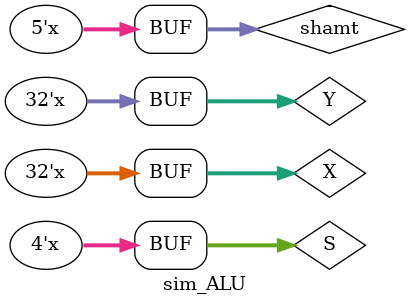
<source format=v>
`timescale 1ns / 1ps


module sim_ALU();
    reg[31:0] X, Y;
    reg[3:0] S;
    reg[4:0] shamt;
    wire[31:0] Result, Result2;
    wire equal;
	
	initial begin
		X = 0;
		Y = 0;
		S = 0;
		shamt = 0;
	end
	always #5 X = X+1;
	always #5 Y = Y+2;
	always #5 shamt = shamt+1;
	always #5 S = S+1;
	ALU sim_ALU(X, Y, S, shamt, Result, Result2, equal);
endmodule

</source>
